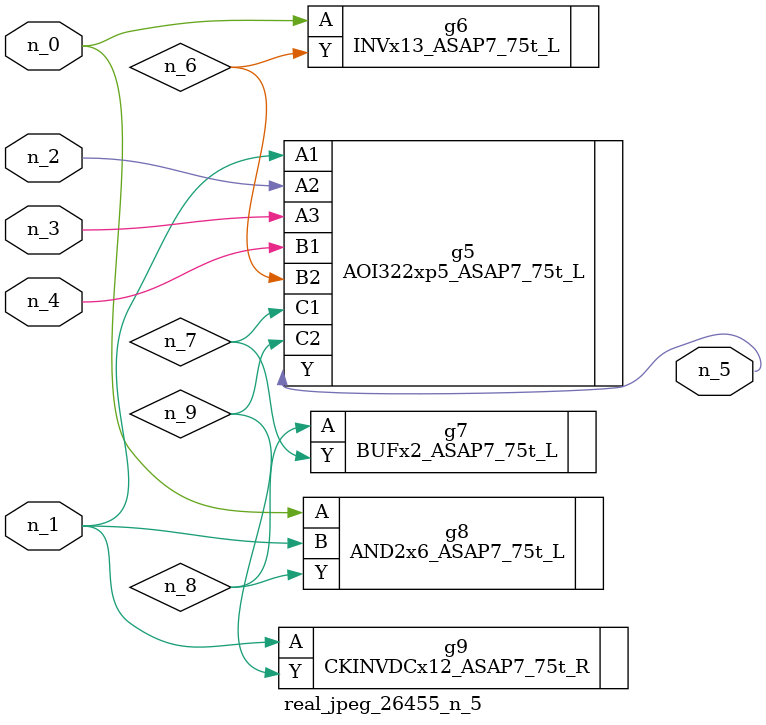
<source format=v>
module real_jpeg_26455_n_5 (n_4, n_0, n_1, n_2, n_3, n_5);

input n_4;
input n_0;
input n_1;
input n_2;
input n_3;

output n_5;

wire n_8;
wire n_6;
wire n_7;
wire n_9;

INVx13_ASAP7_75t_L g6 ( 
.A(n_0),
.Y(n_6)
);

AND2x6_ASAP7_75t_L g8 ( 
.A(n_0),
.B(n_1),
.Y(n_8)
);

AOI322xp5_ASAP7_75t_L g5 ( 
.A1(n_1),
.A2(n_2),
.A3(n_3),
.B1(n_4),
.B2(n_6),
.C1(n_7),
.C2(n_9),
.Y(n_5)
);

CKINVDCx12_ASAP7_75t_R g9 ( 
.A(n_1),
.Y(n_9)
);

BUFx2_ASAP7_75t_L g7 ( 
.A(n_8),
.Y(n_7)
);


endmodule
</source>
